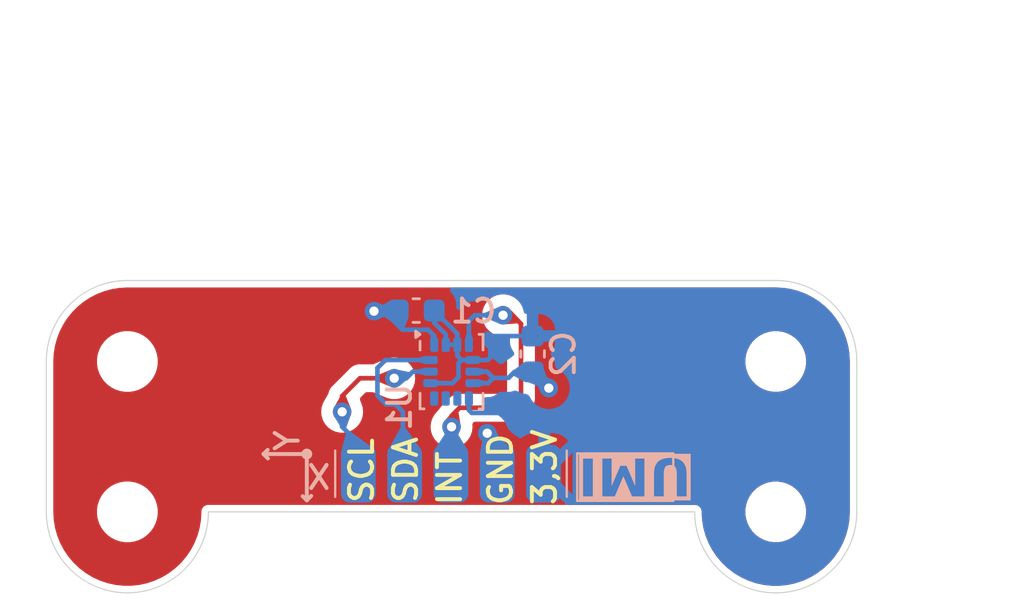
<source format=kicad_pcb>
(kicad_pcb (version 20240108) (generator "pcbnew") (generator_version "8.0")
  (layers (0 "F.Cu" signal) (31 "B.Cu" signal) (34 "B.Paste" user) (35 "F.Paste" user) (36 "B.SilkS" user "B.Silkscreen") (37 "F.SilkS" user "F.Silkscreen") (38 "B.Mask" user) (39 "F.Mask" user) (44 "Edge.Cuts" user))
  (net 0 "")
  (net 1 "GND")
  (net 2 "I2C3_IMU_INT")
  (net 3 "+3.3V")
  (net 4 "I2C3_SCL")
  (net 5 "I2C3_SDA")
  (footprint "Package_LGA:LGA-14_3x2.5mm_P0.5mm_LayoutBorder3x4y" (layer "B.Cu") (at 115.55 43.9375 -90)
    (property "Reference" "U1" (at 1.5375 2.25 90) (layer "B.SilkS") (effects (font (thickness 0.17) (bold yes)) (justify mirror)))
    (property "Value" "LSM6DS3" (hide yes))
    (fp_line (start -1.31 1.36) (end -0.935 1.36) (stroke (width 0.12)) (layer "B.SilkS"))
    (fp_line (start 1.61 1.36) (end 0.935 1.36) (stroke (width 0.12)) (layer "B.SilkS"))
    (fp_line (start 1.61 1.185) (end 1.61 1.36) (stroke (width 0.12)) (layer "B.SilkS"))
    (fp_line (start -1.61 -1.185) (end -1.61 -1.36) (stroke (width 0.12)) (layer "B.SilkS"))
    (fp_line (start 1.61 -1.185) (end 1.61 -1.36) (stroke (width 0.12)) (layer "B.SilkS"))
    (fp_line (start -1.61 -1.36) (end -0.935 -1.36) (stroke (width 0.12)) (layer "B.SilkS"))
    (fp_line (start 1.61 -1.36) (end 0.935 -1.36) (stroke (width 0.12)) (layer "B.SilkS"))
    (fp_poly (pts (xy -1.61 1.36) (xy -1.75 1.55) (xy -1.47 1.55) (xy -1.61 1.36)) (stroke (width 0.12)) (fill solid) (layer "B.SilkS"))
    (pad "1" smd roundrect (at -1.1625 0.75 270) (size 0.625 0.35) (layers "B.Cu" "B.Paste" "B.Mask") (net 1 "GND"))
    (pad "2" smd roundrect (at -1.1625 0.25 270) (size 0.625 0.35) (layers "B.Cu" "B.Paste" "B.Mask") (net 3 "+3.3V"))
    (pad "3" smd roundrect (at -1.1625 -0.25 270) (size 0.625 0.35) (layers "B.Cu" "B.Paste" "B.Mask") (net 3 "+3.3V"))
    (pad "4" smd roundrect (at -1.1625 -0.75 270) (size 0.625 0.35) (layers "B.Cu" "B.Paste" "B.Mask") (net 2 "I2C3_IMU_INT"))
    (pad "5" smd roundrect (at -0.5 -0.9125 270) (size 0.35 0.625) (layers "B.Cu" "B.Paste" "B.Mask") (net 3 "+3.3V"))
    (pad "6" smd roundrect (at 0 -0.9125 270) (size 0.35 0.625) (layers "B.Cu" "B.Paste" "B.Mask") (net 1 "GND"))
    (pad "7" smd roundrect (at 0.5 -0.9125 270) (size 0.35 0.625) (layers "B.Cu" "B.Paste" "B.Mask") (net 1 "GND"))
    (pad "8" smd roundrect (at 1.1625 -0.75 270) (size 0.625 0.35) (layers "B.Cu" "B.Paste" "B.Mask") (net 3 "+3.3V"))
    (pad "9" smd roundrect (at 1.1625 -0.25 270) (size 0.625 0.35) (layers "B.Cu" "B.Paste" "B.Mask"))
    (pad "10" smd roundrect (at 1.1625 0.25 270) (size 0.625 0.35) (layers "B.Cu" "B.Paste" "B.Mask"))
    (pad "11" smd roundrect (at 1.1625 0.75 270) (size 0.625 0.35) (layers "B.Cu" "B.Paste" "B.Mask"))
    (pad "12" smd roundrect (at 0.5 0.9125 270) (size 0.35 0.625) (layers "B.Cu" "B.Paste" "B.Mask") (net 3 "+3.3V"))
    (pad "13" smd roundrect (at 0 0.9125 270) (size 0.35 0.625) (layers "B.Cu" "B.Paste" "B.Mask") (net 4 "I2C3_SCL"))
    (pad "14" smd roundrect (at -0.5 0.9125 270) (size 0.35 0.625) (layers "B.Cu" "B.Paste" "B.Mask") (net 5 "I2C3_SDA"))
  )
  (footprint "MountingHole:MountingHole_2.1mm" (layer "B.Cu") (at 129.55 50 180)
    (property "Reference" "REF**" (hide yes))
    (property "Value" "MountingHole_2.1mm" (hide yes))
    (pad "" np_thru_hole circle (at 0 0 180) (size 2.1 2.1) (drill 2.1) (layers "*.Cu" "*.Mask"))
  )
  (footprint "Libraries_SN:IMU_conn" (layer "B.Cu") (at 117.025 48.35 180)
    (property "Reference" "IMU_Conn1" (hide yes))
    (property "Value" "Conn_01x05" (hide yes))
    (fp_line (start 6.5 -1) (end 6.5 1) (stroke (width 0.1)) (layer "B.SilkS"))
    (fp_line (start -3.5 -1) (end -3.5 1) (stroke (width 0.1)) (layer "B.SilkS"))
    (pad "1" smd roundrect (at -2.5 0 90) (size 2.5 1.5) (layers "B.Cu" "B.Paste" "B.Mask") (net 3 "+3.3V"))
    (pad "2" smd roundrect (at -0.5 0 90) (size 2.5 1.5) (layers "B.Cu" "B.Paste" "B.Mask") (net 1 "GND"))
    (pad "3" smd roundrect (at 1.5 0 90) (size 2.5 1.5) (layers "B.Cu" "B.Paste" "B.Mask") (net 2 "I2C3_IMU_INT"))
    (pad "4" smd roundrect (at 3.5 0 90) (size 2.5 1.5) (layers "B.Cu" "B.Paste" "B.Mask") (net 5 "I2C3_SDA"))
    (pad "5" smd roundrect (at 5.5 0 90) (size 2.5 1.5) (layers "B.Cu" "B.Paste" "B.Mask") (net 4 "I2C3_SCL"))
  )
  (footprint "MountingHole:MountingHole_2.1mm" (layer "B.Cu") (at 129.55 43.5 180)
    (property "Reference" "REF**" (hide yes))
    (property "Value" "MountingHole_2.1mm" (hide yes))
    (pad "" np_thru_hole circle (at 0 0 180) (size 2.1 2.1) (drill 2.1) (layers "F&B.Cu" "*.Mask"))
  )
  (footprint "MountingHole:MountingHole_2.1mm" (layer "B.Cu") (at 101.55 50 180)
    (property "Reference" "REF**" (hide yes))
    (property "Value" "MountingHole_2.1mm" (hide yes))
    (pad "" np_thru_hole circle (at 0 0 180) (size 2.1 2.1) (drill 2.1) (layers "F&B.Cu" "*.Mask"))
  )
  (footprint "Capacitor_SMD:C_0603_1608Metric" (layer "B.Cu") (at 119.05 43.175 90)
    (property "Reference" "C2" (at 0 1.325 90) (layer "B.SilkS") (effects (font (thickness 0.17) (bold yes)) (justify mirror)))
    (property "Value" "100n")
    (fp_line (start 0.14058 -0.51) (end -0.14058 -0.51) (stroke (width 0.12)) (layer "B.SilkS"))
    (fp_line (start 0.14058 0.51) (end -0.14058 0.51) (stroke (width 0.12)) (layer "B.SilkS"))
    (pad "1" smd roundrect (at -0.775 0 90) (size 0.9 0.95) (layers "B.Cu" "B.Paste" "B.Mask") (net 1 "GND"))
    (pad "2" smd roundrect (at 0.775 0 90) (size 0.9 0.95) (layers "B.Cu" "B.Paste" "B.Mask") (net 3 "+3.3V"))
  )
  (footprint "MountingHole:MountingHole_2.1mm" (layer "B.Cu") (at 101.55 43.5 180)
    (property "Reference" "REF**" (hide yes))
    (property "Value" "MountingHole_2.1mm" (hide yes))
    (pad "" np_thru_hole circle (at 0 0 180) (size 2.1 2.1) (drill 2.1) (layers "F&B.Cu" "*.Mask"))
  )
  (footprint "Capacitor_SMD:C_0603_1608Metric" (layer "B.Cu") (at 114.025 41.3 180)
    (property "Reference" "C1" (at -2.475 -0.025 0) (layer "B.SilkS") (effects (font (thickness 0.17) (bold yes)) (justify mirror)))
    (property "Value" "100n")
    (fp_line (start 0.14058 0.51) (end -0.14058 0.51) (stroke (width 0.12)) (layer "B.SilkS"))
    (fp_line (start 0.14058 -0.51) (end -0.14058 -0.51) (stroke (width 0.12)) (layer "B.SilkS"))
    (pad "1" smd roundrect (at -0.775 0 180) (size 0.9 0.95) (layers "B.Cu" "B.Paste" "B.Mask") (net 3 "+3.3V"))
    (pad "2" smd roundrect (at 0.775 0 180) (size 0.9 0.95) (layers "B.Cu" "B.Paste" "B.Mask") (net 1 "GND"))
  )
  (gr_line (start 109.12 49.32) (end 109.3 49.5) (stroke (width 0.17)) (layer "B.SilkS"))
  (gr_line (start 107.43 47.5) (end 109.3 47.5) (stroke (width 0.17)) (layer "B.SilkS"))
  (gr_line (start 125.125 49.525) (end 120.975 49.525) (stroke (width 0.1)) (layer "B.SilkS"))
  (gr_line (start 120.975 49.525) (end 120.975 47.475) (stroke (width 0.1)) (layer "B.SilkS"))
  (gr_line (start 120.975 47.475) (end 125.125 47.475) (stroke (width 0.1)) (layer "B.SilkS"))
  (gr_line (start 107.61 47.32) (end 107.43 47.5) (stroke (width 0.17)) (layer "B.SilkS"))
  (gr_line (start 125.125 47.475) (end 125.125 49.525) (stroke (width 0.1)) (layer "B.SilkS"))
  (gr_line (start 107.43 47.5) (end 107.62 47.69) (stroke (width 0.17)) (layer "B.SilkS"))
  (gr_line (start 109.3 49.5) (end 109.49 49.31) (stroke (width 0.17)) (layer "B.SilkS"))
  (gr_line (start 109.3 49.5) (end 109.3 47.5) (stroke (width 0.17)) (layer "B.SilkS"))
  (gr_circle (center 109.3 47.5) (end 109.17 47.63) (stroke (width 0.1)) (fill none) (layer "B.SilkS"))
  (gr_circle (center 109.3 47.5) (end 109.22 47.58) (stroke (width 0.1)) (fill none) (layer "B.SilkS"))
  (gr_line (start 98.05 50) (end 98.05 43.5) (stroke (width 0.05)) (layer "Edge.Cuts"))
  (gr_arc (start 133.05 50) (mid 129.55 53.5) (end 126.05 50) (stroke (width 0.05)) (layer "Edge.Cuts"))
  (gr_arc (start 98.05 43.5) (mid 99.075126 41.025126) (end 101.55 40) (stroke (width 0.05)) (layer "Edge.Cuts"))
  (gr_arc (start 129.55 40) (mid 132.024874 41.025126) (end 133.05 43.5) (stroke (width 0.05)) (layer "Edge.Cuts"))
  (gr_line (start 126.05 50) (end 105.05 50) (stroke (width 0.05)) (layer "Edge.Cuts"))
  (gr_line (start 133.05 43.5) (end 133.05 50) (stroke (width 0.05)) (layer "Edge.Cuts"))
  (gr_arc (start 105.05 50) (mid 101.55 53.5) (end 98.05 50) (stroke (width 0.05)) (layer "Edge.Cuts"))
  (gr_line (start 129.55 40) (end 101.55 40) (stroke (width 0.05)) (layer "Edge.Cuts"))
  (gr_text "IMU" (at 121.025 47.425 -180) (layer "B.SilkS" knockout) (effects (font (size 1.6 1.6) (thickness 0.2) (bold yes)) (justify left bottom mirror)))
  (gr_text "X" (at 110.41 49.1 -0) (layer "B.SilkS") (effects (font (size 1 1) (thickness 0.17) (bold yes)) (justify left bottom mirror)))
  (gr_text "Y" (at 109.04 46.38 90) (layer "B.SilkS") (effects (font (size 1 1) (thickness 0.17) (bold yes)) (justify left bottom mirror)))
  (gr_text "SDA\n" (at 114.15 49.7 -270) (layer "F.SilkS") (effects (font (size 1 1) (thickness 0.17) (bold yes)) (justify left bottom)))
  (gr_text "3,3V" (at 120.15 49.8 90) (layer "F.SilkS") (effects (font (size 1 1) (thickness 0.17) (bold yes)) (justify left bottom)))
  (gr_text "INT" (at 116.05 49.8 -270) (layer "F.SilkS") (effects (font (size 1 1) (thickness 0.17) (bold yes)) (justify left bottom)))
  (gr_text "SCL" (at 112.25 49.7 90) (layer "F.SilkS") (effects (font (size 1 1) (thickness 0.17) (bold yes)) (justify left bottom)))
  (gr_text "GND" (at 118.25 49.8 -270) (layer "F.SilkS") (effects (font (size 1 1) (thickness 0.17) (bold yes)) (justify left bottom)))
  (via (at 117.09 46.6) (size 0.8) (drill 0.4) (layers "F.Cu" "B.Cu") (net 1))
  (via (at 112.2 41.325) (size 0.8) (drill 0.4) (layers "F.Cu" "B.Cu") (net 1))
  (via (at 119.75 44.65) (size 0.8) (drill 0.4) (layers "F.Cu" "B.Cu") (net 1))
  (segment (start 118.01 44.21) (end 117.35 44.21) (width 0.2) (layer "B.Cu") (net 1))
  (segment (start 117.35 44.21) (end 117.0775 43.9375) (width 0.2) (layer "B.Cu") (net 1))
  (segment (start 117.55 47.06) (end 117.09 46.6) (width 0.5) (layer "B.Cu") (net 1))
  (segment (start 114.8 42.775) (end 114.8 42.390686) (width 0.2) (layer "B.Cu") (net 1))
  (segment (start 114.8 42.390686) (end 114.534314 42.125) (width 0.2) (layer "B.Cu") (net 1))
  (segment (start 119.75 44.65) (end 119.05 43.95) (width 0.2) (layer "B.Cu") (net 1))
  (segment (start 116.4625 44.4375) (end 117.1225 44.4375) (width 0.2) (layer "B.Cu") (net 1))
  (segment (start 113.25 41.94) (end 113.25 41.3) (width 0.2) (layer "B.Cu") (net 1))
  (segment (start 112.2 41.325) (end 112.225 41.3) (width 0.2) (layer "B.Cu") (net 1))
  (segment (start 117.09 46.6) (end 117.08 46.59) (width 0.4) (layer "B.Cu") (net 1))
  (segment (start 117.0775 43.9375) (end 116.4625 43.9375) (width 0.2) (layer "B.Cu") (net 1))
  (segment (start 114.534314 42.125) (end 113.435 42.125) (width 0.2) (layer "B.Cu") (net 1))
  (segment (start 119.05 43.95) (end 118.27 43.95) (width 0.2) (layer "B.Cu") (net 1))
  (segment (start 117.55 48.5) (end 117.55 47.06) (width 0.5) (layer "B.Cu") (net 1))
  (segment (start 117.1225 44.4375) (end 117.35 44.21) (width 0.2) (layer "B.Cu") (net 1))
  (segment (start 113.435 42.125) (end 113.25 41.94) (width 0.2) (layer "B.Cu") (net 1))
  (segment (start 118.27 43.95) (end 118.01 44.21) (width 0.2) (layer "B.Cu") (net 1))
  (segment (start 112.225 41.3) (end 113.25 41.3) (width 0.2) (layer "B.Cu") (net 1))
  (segment (start 115.55 45.85) (end 115.9 45.5) (width 0.2) (layer "F.Cu") (net 2))
  (segment (start 115.55 46.325) (end 115.55 45.85) (width 0.2) (layer "F.Cu") (net 2))
  (segment (start 118.125 45.5) (end 118.55 45.075) (width 0.2) (layer "F.Cu") (net 2))
  (segment (start 118.55 45.075) (end 118.55 41.875) (width 0.2) (layer "F.Cu") (net 2))
  (segment (start 115.9 45.5) (end 118.125 45.5) (width 0.2) (layer "F.Cu") (net 2))
  (segment (start 118.55 41.875) (end 118.175 41.5) (width 0.2) (layer "F.Cu") (net 2))
  (segment (start 118.175 41.5) (end 117.775 41.5) (width 0.2) (layer "F.Cu") (net 2))
  (via (at 115.55 46.325) (size 0.8) (drill 0.4) (layers "F.Cu" "B.Cu") (net 2))
  (via (at 117.775 41.5) (size 0.8) (drill 0.4) (layers "F.Cu" "B.Cu") (net 2))
  (segment (start 115.55 46.325) (end 115.55 48.5) (width 0.2) (layer "B.Cu") (net 2))
  (segment (start 116.55 41.5) (end 116.3 41.75) (width 0.2) (layer "B.Cu") (net 2))
  (segment (start 117.775 41.5) (end 116.55 41.5) (width 0.2) (layer "B.Cu") (net 2))
  (segment (start 116.3 41.75) (end 116.3 42.775) (width 0.2) (layer "B.Cu") (net 2))
  (segment (start 116.3 45.1) (end 116.3 45.6) (width 0.2) (layer "B.Cu") (net 3))
  (segment (start 116.3 45.6) (end 116.425 45.725) (width 0.2) (layer "B.Cu") (net 3))
  (segment (start 115.8 42.775) (end 115.3 42.775) (width 0.2) (layer "B.Cu") (net 3))
  (segment (start 115.85 44.175) (end 115.85 43.575) (width 0.2) (layer "B.Cu") (net 3))
  (segment (start 114.8 41.825) (end 114.8 41.3) (width 0.2) (layer "B.Cu") (net 3))
  (segment (start 116.4625 43.4375) (end 117.1125 43.4375) (width 0.2) (layer "B.Cu") (net 3))
  (segment (start 115.85 43.575) (end 115.9875 43.4375) (width 0.2) (layer "B.Cu") (net 3))
  (segment (start 115.8 42.775) (end 115.8 43.25) (width 0.2) (layer "B.Cu") (net 3))
  (segment (start 115.8 42.3) (end 114.8 41.3) (width 0.2) (layer "B.Cu") (net 3))
  (segment (start 114.6375 44.4375) (end 115.5875 44.4375) (width 0.2) (layer "B.Cu") (net 3))
  (segment (start 117.1125 43.4375) (end 117.225 43.325) (width 0.2) (layer "B.Cu") (net 3))
  (segment (start 116.425 45.725) (end 117.775 45.725) (width 0.2) (layer "B.Cu") (net 3))
  (segment (start 115.9875 43.4375) (end 116.099568 43.4375) (width 0.2) (layer "B.Cu") (net 3))
  (segment (start 119.55 48.5) (end 119.55 46.65) (width 0.5) (layer "B.Cu") (net 3))
  (segment (start 115.5875 44.4375) (end 115.85 44.175) (width 0.2) (layer "B.Cu") (net 3))
  (segment (start 115.3 42.325) (end 114.8 41.825) (width 0.2) (layer "B.Cu") (net 3))
  (segment (start 117.775 45.725) (end 117.9 45.85) (width 0.2) (layer "B.Cu") (net 3))
  (segment (start 117.225 43.325) (end 117.225 42.625) (width 0.2) (layer "B.Cu") (net 3))
  (segment (start 116.099568 43.4375) (end 116.4625 43.4375) (width 0.2) (layer "B.Cu") (net 3))
  (segment (start 117.45 42.4) (end 119.05 42.4) (width 0.2) (layer "B.Cu") (net 3))
  (segment (start 115.3 42.775) (end 115.3 42.325) (width 0.2) (layer "B.Cu") (net 3))
  (segment (start 115.8 43.25) (end 115.9875 43.4375) (width 0.2) (layer "B.Cu") (net 3))
  (segment (start 115.8 42.775) (end 115.8 42.3) (width 0.2) (layer "B.Cu") (net 3))
  (segment (start 117.225 42.625) (end 117.45 42.4) (width 0.2) (layer "B.Cu") (net 3))
  (segment (start 111.595 44.225) (end 110.825 44.995) (width 0.2) (layer "F.Cu") (net 4))
  (segment (start 110.825 45.675) (end 110.825 44.995) (width 0.2) (layer "F.Cu") (net 4))
  (segment (start 111.595 44.225) (end 113.075 44.225) (width 0.2) (layer "F.Cu") (net 4))
  (via (at 113.075 44.225) (size 0.8) (drill 0.4) (layers "F.Cu" "B.Cu") (net 4))
  (via (at 110.825 45.675) (size 0.8) (drill 0.4) (layers "F.Cu" "B.Cu") (net 4))
  (segment (start 110.825 46.325) (end 111.55 47.05) (width 0.2) (layer "B.Cu") (net 4))
  (segment (start 111.55 47.05) (end 111.55 48.5) (width 0.2) (layer "B.Cu") (net 4))
  (segment (start 113.075 44.225) (end 113.595 44.225) (width 0.2) (layer "B.Cu") (net 4))
  (segment (start 113.595 44.225) (end 113.8825 43.9375) (width 0.2) (layer "B.Cu") (net 4))
  (segment (start 113.8825 43.9375) (end 114.6375 43.9375) (width 0.2) (layer "B.Cu") (net 4))
  (segment (start 110.825 45.675) (end 110.825 46.325) (width 0.2) (layer "B.Cu") (net 4))
  (segment (start 112.35 44.975) (end 112.725 45.35) (width 0.2) (layer "B.Cu") (net 5))
  (segment (start 112.35 43.78) (end 112.35 44.975) (width 0.2) (layer "B.Cu") (net 5))
  (segment (start 113.125 45.35) (end 113.45 45.675) (width 0.2) (layer "B.Cu") (net 5))
  (segment (start 114.6375 43.4375) (end 112.6925 43.4375) (width 0.2) (layer "B.Cu") (net 5))
  (segment (start 112.6925 43.4375) (end 112.35 43.78) (width 0.2) (layer "B.Cu") (net 5))
  (segment (start 112.725 45.35) (end 113.125 45.35) (width 0.2) (layer "B.Cu") (net 5))
  (segment (start 113.45 48.4) (end 113.55 48.5) (width 0.2) (layer "B.Cu") (net 5))
  (segment (start 113.45 45.675) (end 113.45 48.4) (width 0.2) (layer "B.Cu") (net 5))
  (zone (net 1) (net_name "GND") (layer "F.Cu") (priority 1) (connect_pads (clearance 0.5)) (min_thickness 0.25) (fill yes (thermal_gap 0.5) (thermal_bridge_width 0.5))
    (polygon (pts (xy 96.05 38) (xy 96.05 54.5) (xy 133.05 54.5) (xy 134.05 53.5) (xy 134.05 38.5) (xy 133.55 38)))
  )
  (zone (net 3) (net_name "+3.3V") (layer "B.Cu") (connect_pads (clearance 0.5)) (min_thickness 0.25) (fill yes (thermal_gap 0.5) (thermal_bridge_width 0.5))
    (polygon (pts (xy 133.55 38) (xy 96.05 38) (xy 96.05 54) (xy 96.55 54.5) (xy 133.05 54.5) (xy 134.05 53.5) (xy 134.05 38.5)))
  )
)
</source>
